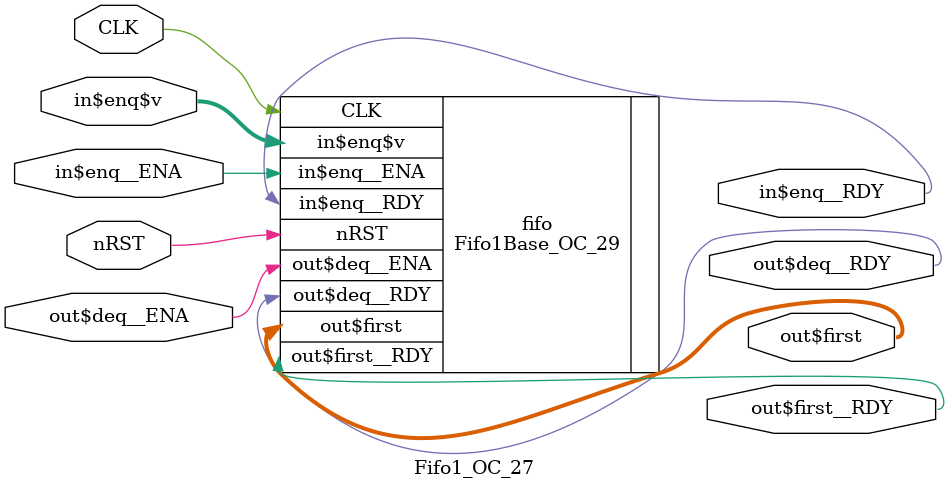
<source format=v>
`include "zynqTop.generated.vh"

`default_nettype none
module Fifo1_OC_27 (input wire CLK, input wire nRST,
    input wire in$enq__ENA,
    input wire [15:0]in$enq$v,
    output wire in$enq__RDY,
    input wire out$deq__ENA,
    output wire out$deq__RDY,
    output wire [15:0]out$first,
    output wire out$first__RDY);
    Fifo1Base_OC_29 fifo (.CLK(CLK), .nRST(nRST),
        .in$enq__ENA(in$enq__ENA),
        .in$enq$v(in$enq$v),
        .in$enq__RDY(in$enq__RDY),
        .out$deq__ENA(out$deq__ENA),
        .out$deq__RDY(out$deq__RDY),
        .out$first(out$first),
        .out$first__RDY(out$first__RDY));
endmodule 

`default_nettype wire    // set back to default value

</source>
